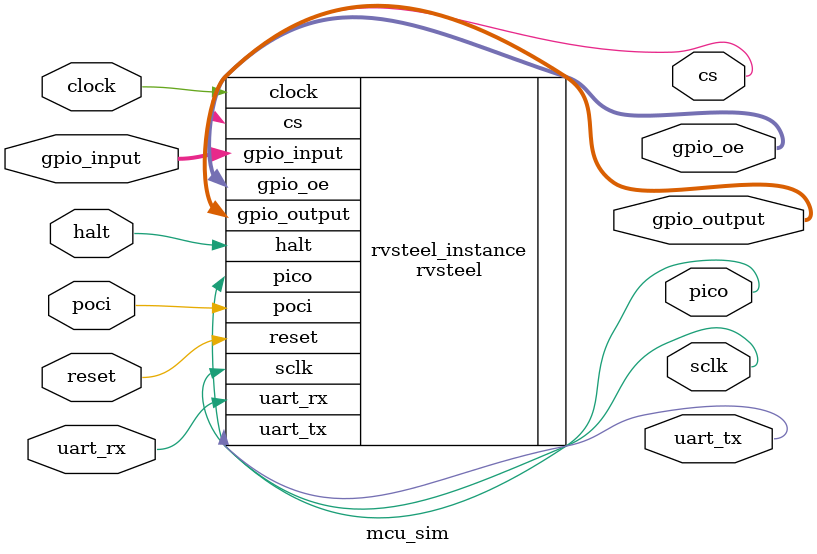
<source format=v>

module mcu_sim #(

    // Number of available I/O ports
    parameter GPIO_WIDTH    = 2,
    // Number of CS (Chip Select) pins for the SPI controller
    parameter SPI_NUM_CHIP_SELECT  = 1

  ) (

    input   wire                            clock       ,
    input   wire                            reset       ,
    input   wire                            halt        ,
    input   wire                            uart_rx     ,
    output  wire                            uart_tx     ,
    input   wire  [GPIO_WIDTH-1:0]          gpio_input  ,
    output  wire  [GPIO_WIDTH-1:0]          gpio_oe     ,
    output  wire  [GPIO_WIDTH-1:0]          gpio_output ,
    output  wire                            sclk        ,
    output  wire                            pico        ,
    input   wire                            poci        ,
    output  wire  [SPI_NUM_CHIP_SELECT-1:0] cs
  );

  rvsteel #(

    .CLOCK_FREQUENCY          (50000000           ),
    .UART_BAUD_RATE           (9600               ),
    .MEMORY_SIZE              (32768              ),
    .MEMORY_INIT_FILE         (""                 ),
    .BOOT_ADDRESS             (32'h00000000       ),
    .GPIO_WIDTH               (GPIO_WIDTH         )

  ) rvsteel_instance (

    .clock                    (clock              ),
    .reset                    (reset              ),
    .halt                     (halt               ),
    .uart_rx                  (uart_rx            ),
    .uart_tx                  (uart_tx            ),
    .gpio_input               (gpio_input         ),
    .gpio_oe                  (gpio_oe            ),
    .gpio_output              (gpio_output        ),
    .sclk                     (sclk               ),
    .pico                     (pico               ),
    .poci                     (poci               ),
    .cs                       (cs                 )
  );

endmodule

</source>
